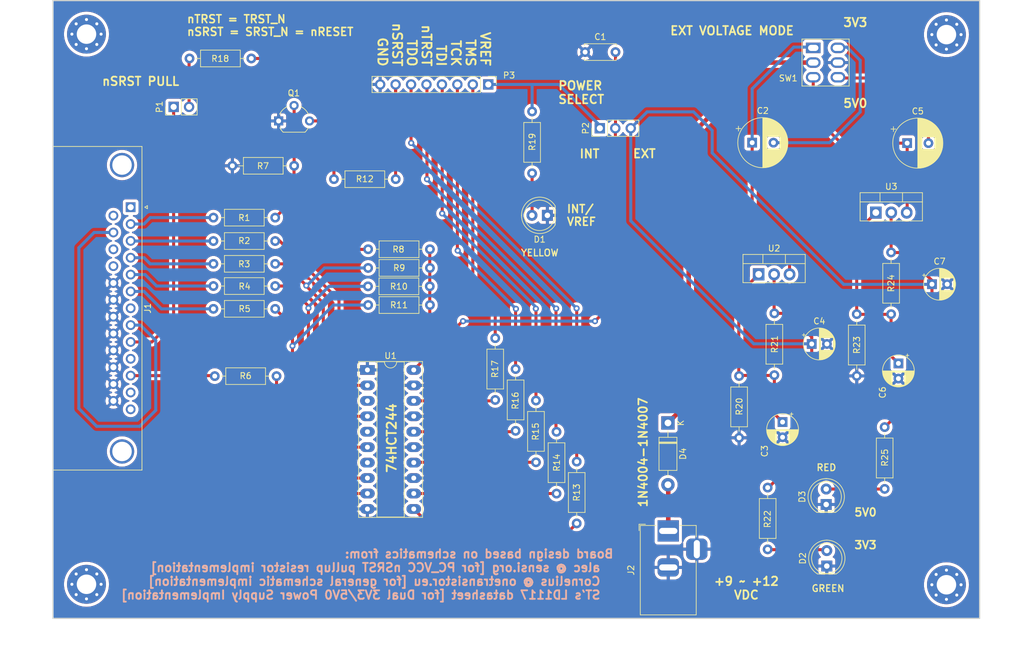
<source format=kicad_pcb>
(kicad_pcb (version 20221018) (generator pcbnew)
  (title_block (title "JTAG - Wiggler (Complete PCB Layout)") (date "2023-06-14") (rev "1.5.1") (company "Clarissa Walker") (comment 1 "European Standard"))
  (layers (0 "F.Cu" signal) (31 "B.Cu" signal) (34 "B.Paste" user) (35 "F.Paste" user) (36 "B.SilkS" user "B.Silkscreen") (37 "F.SilkS" user "F.Silkscreen") (38 "B.Mask" user) (39 "F.Mask" user) (44 "Edge.Cuts" user))
  (net 0 "")
  (net 1 "Protected_VCC")
  (net 2 "VCC")
  (net 3 "GND")
  (net 4 "D1")
  (net 5 "Net-(Q1-C)")
  (net 6 "Net-(U2-ADJ)")
  (net 7 "/PSU_In")
  (net 8 "Net-(U3-ADJ)")
  (net 9 "D2")
  (net 10 "C2_positive")
  (net 11 "TDO")
  (net 13 "nSRST")
  (net 14 "nTRST")
  (net 15 "Net-(U1-1Y0)")
  (net 16 "Net-(U1-1Y1)")
  (net 17 "Net-(U1-2A0)")
  (net 18 "Net-(U1-1Y2)")
  (net 19 "Net-(U1-1Y3)")
  (net 20 "BUSY")
  (net 21 "D5")
  (net 22 "D4")
  (net 23 "D3")
  (net 24 "C5_positive")
  (net 25 "C2_negative")
  (net 26 "C5_negative")
  (net 29 "TCK")
  (net 30 "TMS")
  (net 32 "TDI")
  (net 33 "PC_VCC")
  (net 34 "ERROR")
  (net 35 "/PWR_SELECT")
  (net 36 "Net-(D1-A)")
  (net 37 "Net-(D3-A)")
  (net 38 "Net-(D2-A)")
  (net 46 "VREF")
  (net 47 "Net-(P1-Pin_2)")
  (net 48 "Net-(Q1-B)")
  (net 49 "Net-(U1-1A0)")
  (net 50 "Net-(U1-1A1)")
  (net 51 "Net-(U1-1A2)")
  (net 52 "Net-(U1-1A3)")
  (net 53 "Net-(U1-2Y0)")
  (footprint "Resistor_THT:R_Axial_DIN0207_L6.3mm_D2.5mm_P10.16mm_Horizontal" (layer "F.Cu") (at 211.5 89.67 -90)
    (fp_text reference "R24")
    (fp_text value "R_Axial_DIN0207_L6.3mm_D2.5mm_P10.16mm_Horizontal")
  )
  (footprint "LED_THT:LED_D5.0mm" (layer "F.Cu") (at 200.825 131.125 90)
    (fp_text reference "D3")
    (fp_text value "LED_D5.0mm")
  )
  (footprint "Capacitor_THT:CP_Radial_D5.0mm_P2.50mm" (layer "F.Cu") (at 218.219888 94.9)
    (fp_text reference "C7")
    (fp_text value "CP_Radial_D5.0mm_P2.50mm")
  )
  (footprint "Capacitor_THT:C_Disc_D5.0mm_W2.5mm_P5.00mm" (layer "F.Cu") (at 161.175 56.725)
    (fp_text reference "C1")
    (fp_text value "C_Disc_D5.0mm_W2.5mm_P5.00mm")
  )
  (footprint "Resistor_THT:R_Axial_DIN0207_L6.3mm_D2.5mm_P10.16mm_Horizontal" (layer "F.Cu") (at 205.85 99.82 -90)
    (fp_text reference "R23")
    (fp_text value "R_Axial_DIN0207_L6.3mm_D2.5mm_P10.16mm_Horizontal")
  )
  (footprint "Package_TO_SOT_THT:TO-220-3_Vertical" (layer "F.Cu") (at 208.985 83.12)
    (fp_text reference "U3")
    (fp_text value "TO-220-3_Vertical")
  )
  (footprint "Resistor_THT:R_Axial_DIN0207_L6.3mm_D2.5mm_P10.16mm_Horizontal" (layer "F.Cu") (at 153.095 124.185 90)
    (fp_text reference "R15")
    (fp_text value "R_Axial_DIN0207_L6.3mm_D2.5mm_P10.16mm_Horizontal")
  )
  (footprint "Connector_PinHeader_2.54mm:PinHeader_1x03_P2.54mm_Vertical" (layer "F.Cu") (at 163.6 69.25 90)
    (fp_text reference "P2")
    (fp_text value "PinHeader_1x03_P2.54mm_Vertical")
  )
  (footprint "Resistor_THT:R_Axial_DIN0207_L6.3mm_D2.5mm_P10.16mm_Horizontal" (layer "F.Cu") (at 135.655 92.225 180)
    (fp_text reference "R9")
    (fp_text value "R_Axial_DIN0207_L6.3mm_D2.5mm_P10.16mm_Horizontal")
  )
  (footprint "Resistor_THT:R_Axial_DIN0207_L6.3mm_D2.5mm_P10.16mm_Horizontal" (layer "F.Cu") (at 186.5 109.995 -90)
    (fp_text reference "R20")
    (fp_text value "R_Axial_DIN0207_L6.3mm_D2.5mm_P10.16mm_Horizontal")
  )
  (footprint "Resistor_THT:R_Axial_DIN0207_L6.3mm_D2.5mm_P10.16mm_Horizontal" (layer "F.Cu") (at 146.395 113.935 90)
    (fp_text reference "R17")
    (fp_text value "R_Axial_DIN0207_L6.3mm_D2.5mm_P10.16mm_Horizontal")
  )
  (footprint "Resistor_THT:R_Axial_DIN0207_L6.3mm_D2.5mm_P10.16mm_Horizontal" (layer "F.Cu") (at 100.05 83.95)
    (fp_text reference "R1")
    (fp_text value "R_Axial_DIN0207_L6.3mm_D2.5mm_P10.16mm_Horizontal")
  )
  (footprint "Switches:SW_Generic" (layer "F.Cu") (at 198.185 55.91)
    (fp_text reference "SW1")
    (fp_text value "SW_Generic")
  )
  (footprint "Package_TO_SOT_THT:TO-220-3_Vertical" (layer "F.Cu") (at 189.72 93.275)
    (fp_text reference "U2")
    (fp_text value "TO-220-3_Vertical")
  )
  (footprint "Capacitor_THT:CP_Radial_D5.0mm_P2.50mm" (layer "F.Cu") (at 212.7 107.919888 -90)
    (fp_text reference "C6")
    (fp_text value "CP_Radial_D5.0mm_P2.50mm")
  )
  (footprint "Connector_PinHeader_2.54mm:PinHeader_1x02_P2.54mm_Vertical" (layer "F.Cu") (at 93.505 65.74 90)
    (fp_text reference "P1")
    (fp_text value "PinHeader_1x02_P2.54mm_Vertical")
  )
  (footprint "Resistor_THT:R_Axial_DIN0207_L6.3mm_D2.5mm_P10.16mm_Horizontal" (layer "F.Cu") (at 156.475 129.33 90)
    (fp_text reference "R14")
    (fp_text value "R_Axial_DIN0207_L6.3mm_D2.5mm_P10.16mm_Horizontal")
  )
  (footprint "Package_TO_SOT_THT:TO-92_Wide" (layer "F.Cu") (at 110.775 68.05)
    (fp_text reference "Q1")
    (fp_text value "TO-92_Wide")
  )
  (footprint "MountingHole:MountingHole_3.2mm_M3_Pad_Via" (layer "F.Cu") (at 220.6 144.325)
    (fp_text reference "X4" hide)
    (fp_text value "MountingHole_3.2mm_M3_Pad_Via")
  )
  (footprint "MountingHole:MountingHole_3.2mm_M3_Pad_Via" (layer "F.Cu") (at 79.175 53.775)
    (fp_text reference "X1" hide)
    (fp_text value "MountingHole_3.2mm_M3_Pad_Via")
  )
  (footprint "Capacitor_THT:CP_Radial_D8.0mm_P3.50mm" (layer "F.Cu") (at 188.65 71.625)
    (fp_text reference "C2")
    (fp_text value "CP_Radial_D8.0mm_P3.50mm")
  )
  (footprint "Resistor_THT:R_Axial_DIN0207_L6.3mm_D2.5mm_P10.16mm_Horizontal" (layer "F.Cu") (at 106.28 57.775 180)
    (fp_text reference "R18")
    (fp_text value "R_Axial_DIN0207_L6.3mm_D2.5mm_P10.16mm_Horizontal")
  )
  (footprint "Resistor_THT:R_Axial_DIN0207_L6.3mm_D2.5mm_P10.16mm_Horizontal" (layer "F.Cu") (at 135.655 89.15 180)
    (fp_text reference "R8")
    (fp_text value "R_Axial_DIN0207_L6.3mm_D2.5mm_P10.16mm_Horizontal")
  )
  (footprint "Resistor_THT:R_Axial_DIN0207_L6.3mm_D2.5mm_P10.16mm_Horizontal" (layer "F.Cu") (at 100.05 95.2)
    (fp_text reference "R4")
    (fp_text value "R_Axial_DIN0207_L6.3mm_D2.5mm_P10.16mm_Horizontal")
  )
  (footprint "Resistor_THT:R_Axial_DIN0207_L6.3mm_D2.5mm_P10.16mm_Horizontal" (layer "F.Cu") (at 149.745 119.01 90)
    (fp_text reference "R16")
    (fp_text value "R_Axial_DIN0207_L6.3mm_D2.5mm_P10.16mm_Horizontal")
  )
  (footprint "Resistor_THT:R_Axial_DIN0207_L6.3mm_D2.5mm_P10.16mm_Horizontal" (layer "F.Cu") (at 210.440056 118.4 -90)
    (fp_text reference "R25")
    (fp_text value "R_Axial_DIN0207_L6.3mm_D2.5mm_P10.16mm_Horizontal")
  )
  (footprint "Resistor_THT:R_Axial_DIN0207_L6.3mm_D2.5mm_P10.16mm_Horizontal" (layer "F.Cu") (at 192.3 99.695 -90)
    (fp_text reference "R21")
    (fp_text value "R_Axial_DIN0207_L6.3mm_D2.5mm_P10.16mm_Horizontal")
  )
  (footprint "MountingHole:MountingHole_3.2mm_M3_Pad_Via" (layer "F.Cu") (at 220.6 53.85)
    (fp_text reference "X2" hide)
    (fp_text value "MountingHole_3.2mm_M3_Pad_Via")
  )
  (footprint "Capacitor_THT:CP_Radial_D8.0mm_P3.50mm" (layer "F.Cu") (at 214.140056 71.7)
    (fp_text reference "C5")
    (fp_text value "CP_Radial_D8.0mm_P3.50mm")
  )
  (footprint "Resistor_THT:R_Axial_DIN0207_L6.3mm_D2.5mm_P10.16mm_Horizontal" (layer "F.Cu") (at 135.655 98.325 180)
    (fp_text reference "R11")
    (fp_text value "R_Axial_DIN0207_L6.3mm_D2.5mm_P10.16mm_Horizontal")
  )
  (footprint "Resistor_THT:R_Axial_DIN0207_L6.3mm_D2.5mm_P10.16mm_Horizontal" (layer "F.Cu") (at 100.05 91.55)
    (fp_text reference "R3")
    (fp_text value "R_Axial_DIN0207_L6.3mm_D2.5mm_P10.16mm_Horizontal")
  )
  (footprint "Resistor_THT:R_Axial_DIN0207_L6.3mm_D2.5mm_P10.16mm_Horizontal" (layer "F.Cu") (at 159.795 134.235 90)
    (fp_text reference "R13")
    (fp_text value "R_Axial_DIN0207_L6.3mm_D2.5mm_P10.16mm_Horizontal")
  )
  (footprint "Resistor_THT:R_Axial_DIN0207_L6.3mm_D2.5mm_P10.16mm_Horizontal" (layer "F.Cu") (at 135.63 95.25 180)
    (fp_text reference "R10")
    (fp_text value "R_Axial_DIN0207_L6.3mm_D2.5mm_P10.16mm_Horizontal")
  )
  (footprint "Resistor_THT:R_Axial_DIN0207_L6.3mm_D2.5mm_P10.16mm_Horizontal" (layer "F.Cu") (at 152.46 76.655 90)
    (fp_text reference "R19")
    (fp_text value "R_Axial_DIN0207_L6.3mm_D2.5mm_P10.16mm_Horizontal")
  )
  (footprint "Diode_THT:D_DO-41_SOD81_P10.16mm_Horizontal" (layer "F.Cu") (at 174.8 117.715 -90)
    (fp_text reference "D4")
    (fp_text value "D_DO-41_SOD81_P10.16mm_Horizontal")
  )
  (footprint "Resistor_THT:R_Axial_DIN0207_L6.3mm_D2.5mm_P10.16mm_Horizontal" (layer "F.Cu") (at 113.33 75.425 180)
    (fp_text reference "R7")
    (fp_text value "R_Axial_DIN0207_L6.3mm_D2.5mm_P10.16mm_Horizontal")
  )
  (footprint "Resistor_THT:R_Axial_DIN0207_L6.3mm_D2.5mm_P10.16mm_Horizontal" (layer "F.Cu") (at 100.05 87.8)
    (fp_text reference "R2")
    (fp_text value "R_Axial_DIN0207_L6.3mm_D2.5mm_P10.16mm_Horizontal")
  )
  (footprint "MountingHole:MountingHole_3.2mm_M3_Pad_Via" (layer "F.Cu") (at 79.175 144.25)
    (fp_text reference "X3" hide)
    (fp_text value "MountingHole_3.2mm_M3_Pad_Via")
  )
  (footprint "Capacitor_THT:CP_Radial_D5.0mm_P2.50mm" (layer "F.Cu") (at 193.65 117.569888 -90)
    (fp_text reference "C3")
    (fp_text value "CP_Radial_D5.0mm_P2.50mm")
  )
  (footprint "Capacitor_THT:CP_Radial_D5.0mm_P2.50mm" (layer "F.Cu") (at 198.444888 104.725)
    (fp_text reference "C4")
    (fp_text value "CP_Radial_D5.0mm_P2.50mm")
  )
  (footprint "Resistor_THT:R_Axial_DIN0207_L6.3mm_D2.5mm_P10.16mm_Horizontal" (layer "F.Cu") (at 191.197349 128.345 -90)
    (fp_text reference "R22")
    (fp_text value "R_Axial_DIN0207_L6.3mm_D2.5mm_P10.16mm_Horizontal")
  )
  (footprint "LED_THT:LED_D5.0mm" (layer "F.Cu") (at 154.975 83.575 180)
    (fp_text reference "D1")
    (fp_text value "LED_D5.0mm")
  )
  (footprint "Connector_PinHeader_2.54mm:PinHeader_1x08_P2.54mm_Vertical" (layer "F.Cu") (at 145.25 62.05 -90)
    (fp_text reference "P3")
    (fp_text value "PinHeader_1x08_P2.54mm_Vertical")
  )
  (footprint "Package_DIP:DIP-20_W7.62mm_Socket_LongPads" (layer "F.Cu") (at 125.375 109)
    (fp_text reference "U1")
    (fp_text value "DIP-20_W7.62mm_Socket_LongPads")
  )
  (footprint "Resistor_THT:R_Axial_DIN0207_L6.3mm_D2.5mm_P10.16mm_Horizontal" (layer "F.Cu") (at 100.05 98.95)
    (fp_text reference "R5")
    (fp_text value "R_Axial_DIN0207_L6.3mm_D2.5mm_P10.16mm_Horizontal")
  )
  (footprint "LED_THT:LED_D5.0mm" (layer "F.Cu") (at 200.922349 141.25 90)
    (fp_text reference "D2")
    (fp_text value "LED_D5.0mm")
  )
  (footprint "Connector_Dsub:DSUB-25_Male_Horizontal_P2.77x2.84mm_EdgePinOffset9.90mm_Housed_MountingHolesOffset11.32mm" (layer "F.Cu") (at 86.44 82.235 -90)
    (fp_text reference "J1")
    (fp_text value "DSUB-25_Male_Horizontal_P2.77x2.84mm_EdgePinOffset9.90mm_Housed_MountingHolesOffset11.32mm")
  )
  (footprint "Resistor_THT:R_Axial_DIN0207_L6.3mm_D2.5mm_P10.16mm_Horizontal" (layer "F.Cu") (at 100.27 110.015)
    (fp_text reference "R6")
    (fp_text value "R_Axial_DIN0207_L6.3mm_D2.5mm_P10.16mm_Horizontal")
  )
  (footprint "Connector_BarrelJack:BarrelJack_Horizontal" (layer "F.Cu") (at 174.85 135.475 90)
    (fp_text reference "J2")
    (fp_text value "BarrelJack_Horizontal")
  )
  (footprint "Resistor_THT:R_Axial_DIN0207_L6.3mm_D2.5mm_P10.16mm_Horizontal" (layer "F.Cu") (at 119.87 77.625)
    (fp_text reference "R12")
    (fp_text value "R_Axial_DIN0207_L6.3mm_D2.5mm_P10.16mm_Horizontal")
  )
  (gr_rect (start 73.66 48.26) (end 226.06 149.86) (stroke (width 0.2)) (fill none) (layer "Edge.Cuts"))
  (gr_text "Board design based on schematics from:\n  alec @ sensi.org [for PC_VCC nSRST pullup resistor implementation]\n  Cornelius @ onetransistor.eu [for general schematic implementation]\n  ST's LD1117 datasheet [for Dual 3V3/5V0 Power Supply Implementation]" (at 165.975 146.825) (layer "B.SilkS") (effects (font (size 1.4 1.4) (thickness 0.3) bold) (justify left bottom mirror)))
  (gr_text "POWER\nSELECT" (at 156.625 65.325) (layer "F.SilkS") (effects (font (size 1.4 1.4) (thickness 0.28) bold) (justify left bottom)))
  (gr_text "EXT VOLTAGE MODE" (at 175.025 54.025) (layer "F.SilkS") (effects (font (size 1.4 1.4) (thickness 0.28) bold) (justify left bottom)))
  (gr_text "RED" (at 199.125 125.7) (layer "F.SilkS") (effects (font (size 1.1 1.1) (thickness 0.2) bold) (justify left bottom)))
  (gr_text "5V0" (at 205.325 133.175) (layer "F.SilkS") (effects (font (size 1.3 1.3) (thickness 0.26) bold) (justify left bottom)))
  (gr_text "3V3" (at 203.5 52.675) (layer "F.SilkS") (effects (font (size 1.4 1.4) (thickness 0.28) bold) (justify left bottom)))
  (gr_text "YELLOW" (at 150.525 90.375) (layer "F.SilkS") (effects (font (size 1.1 1.1) (thickness 0.2) bold) (justify left bottom)))
  (gr_text "EXT" (at 168.9 74.25) (layer "F.SilkS") (effects (font (size 1.4 1.4) (thickness 0.28) bold) (justify left bottom)))
  (gr_text "+9 ~ +12\nVDC" (at 187.7 146.825) (layer "F.SilkS") (effects (font (size 1.4 1.4) (thickness 0.28) bold) (justify bottom)))
  (gr_text "5V0" (at 203.5 65.975) (layer "F.SilkS") (effects (font (size 1.4 1.4) (thickness 0.28) bold) (justify left bottom)))
  (gr_text "GREEN" (at 198.325 145.575) (layer "F.SilkS") (effects (font (size 1.1 1.1) (thickness 0.2) bold) (justify left bottom)))
  (gr_text "1N4004-1N4007" (at 171.525 131.725 90) (layer "F.SilkS") (effects (font (size 1.4 1.4) (thickness 0.28) bold) (justify left bottom)))
  (gr_text "74HCT244" (at 130.25 126.075 90) (layer "F.SilkS") (effects (font (size 1.5 1.5) (thickness 0.3) bold) (justify left bottom)))
  (gr_text "INT" (at 160.125 74.275) (layer "F.SilkS") (effects (font (size 1.4 1.4) (thickness 0.28) bold) (justify left bottom)))
  (gr_text "INT/\nVREF" (at 158.05 85.375) (layer "F.SilkS") (effects (font (size 1.3 1.3) (thickness 0.26) bold) (justify left bottom)))
  (gr_text "3V3" (at 205.325 138.55) (layer "F.SilkS") (effects (font (size 1.3 1.3) (thickness 0.26) bold) (justify left bottom)))
  (gr_text "VREF\nTMS\nTCK\nTDI\nnTRST\nTDO\nnSRST\nGND" (at 126.975 59.25 270) (layer "F.SilkS") (effects (font (size 1.5 1.55) (thickness 0.3) bold) (justify right bottom)))
  (gr_text "nTRST = TRST_N\nnSRST = SRST_N = nRESET" (at 95.575 54.15) (layer "F.SilkS") (effects (font (size 1.3 1.3) (thickness 0.26) bold) (justify left bottom)))
  (gr_text "nSRST PULL" (at 81.6 62.35) (layer "F.SilkS") (effects (font (size 1.4 1.4) (thickness 0.28) bold) (justify left bottom)))
  (segment (start 174.8 117.7) (end 174.8 117.715) (width 0.5) (layer "F.Cu") (net 1))
  (segment (start 178.2125 70.7375) (end 190.475 58.475) (width 0.75) (layer "F.Cu") (net 1))
  (segment (start 178.2125 114.2875) (end 178.2125 70.7375) (width 0.75) (layer "F.Cu") (net 1))
  (segment (start 198.185 58.45) (end 190.5 58.45) (width 0.75) (layer "F.Cu") (net 1))
  (segment (start 190.5 58.45) (end 190.475 58.475) (width 0.25) (layer "F.Cu") (net 1))
  (segment (start 174.8 117.7) (end 178.2125 114.2875) (width 0.75) (layer "F.Cu") (net 1))
  (segment (start 174.85 127.925) (end 174.8 127.875) (width 0.5) (layer "F.Cu") (net 2))
  (segment (start 174.85 135.475) (end 174.85 127.925) (width 0.75) (layer "F.Cu") (net 2))
  (segment (start 86.44 85.005) (end 88.62 85.005) (width 0.5) (layer "B.Cu") (net 4))
  (segment (start 88.62 85.005) (end 89.675 83.95) (width 0.5) (layer "B.Cu") (net 4))
  (segment (start 89.675 83.95) (end 100.05 83.95) (width 0.5) (layer "B.Cu") (net 4))
  (segment (start 119.87 69.395) (end 119.825 69.35) (width 0.5) (layer "F.Cu") (net 5))
  (segment (start 119.87 77.625) (end 119.87 69.395) (width 0.5) (layer "F.Cu") (net 5))
  (segment (start 119.825 69.35) (end 118.52 68.045) (width 0.5) (layer "F.Cu") (net 5))
  (segment (start 118.52 68.045) (end 115.84 68.045) (width 0.5) (layer "F.Cu") (net 5))
  (segment (start 192.575 109.905) (end 186.59 109.905) (width 0.5) (layer "F.Cu") (net 6))
  (segment (start 186.59 109.905) (end 186.45 110.045) (width 0.5) (layer "F.Cu") (net 6))
  (segment (start 193.65 117.569888) (end 192.330112 116.25) (width 0.5) (layer "F.Cu") (net 6))
  (segment (start 192.3 109.855) (end 192.3 116.225) (width 0.5) (layer "F.Cu") (net 6))
  (segment (start 192.435 110.045) (end 192.575 109.905) (width 0.5) (layer "F.Cu") (net 6))
  (segment (start 192.3 116.225) (end 192.325 116.25) (width 0.5) (layer "F.Cu") (net 6))
  (segment (start 186.45 110.045) (end 186.45 96.545) (width 0.5) (layer "F.Cu") (net 6))
  (segment (start 186.45 96.545) (end 189.72 93.275) (width 0.5) (layer "F.Cu") (net 6))
  (segment (start 192.330112 116.25) (end 192.325 116.25) (width 0.5) (layer "F.Cu") (net 6))
  (segment (start 211.5 83.17) (end 211.5 89.68) (width 0.5) (layer "F.Cu") (net 7))
  (segment (start 218.219888 94.289888) (end 213.625 89.695) (width 0.5) (layer "F.Cu") (net 7))
  (segment (start 218.219888 94.9) (end 218.219888 94.289888) (width 0.5) (layer "F.Cu") (net 7))
  (segment (start 192.26 93.275) (end 192.26 99.655) (width 0.5) (layer "F.Cu") (net 7))
  (segment (start 192.26 99.655) (end 192.3 99.695) (width 0.5) (layer "F.Cu") (net 7))
  (segment (start 218.219888 94.9) (end 218.219888 110.640168) (width 0.5) (layer "F.Cu") (net 7))
  (segment (start 191.23 128.445) (end 198 121.675) (width 0.5) (layer "F.Cu") (net 7))
  (segment (start 192.3 99.695) (end 194.55 99.695) (width 0.5) (layer "F.Cu") (net 7))
  (segment (start 211.500056 89.685) (end 211.490056 89.695) (width 0.5) (layer "F.Cu") (net 7))
  (segment (start 198.444888 104.725) (end 198.444888 121.230112) (width 0.5) (layer "F.Cu") (net 7))
  (segment (start 198.444888 121.230112) (end 198 121.675) (width 0.5) (layer "F.Cu") (net 7))
  (segment (start 218.219888 110.640168) (end 218.142528 110.717528) (width 0.5) (layer "F.Cu") (net 7))
  (segment (start 198.444888 104.725) (end 198.444888 103.589888) (width 0.5) (layer "F.Cu") (net 7))
  (segment (start 211.490056 89.695) (end 213.625 89.695) (width 0.5) (layer "F.Cu") (net 7))
  (segment (start 218.142528 110.717528) (end 210.440056 118.42) (width 0.5) (layer "F.Cu") (net 7))
  (segment (start 198.444888 103.589888) (end 194.55 99.695) (width 0.5) (layer "F.Cu") (net 7))
  (segment (start 179.005 66.555) (end 182.075 69.625) (width 0.5) (layer "B.Cu") (net 7))
  (segment (start 171.375 66.555) (end 179.005 66.555) (width 0.5) (layer "B.Cu") (net 7))
  (segment (start 168.68 84.48) (end 168.68 69.25) (width 0.5) (layer "B.Cu") (net 7))
  (segment (start 188.9 104.7) (end 168.68 84.48) (width 0.5) (layer "B.Cu") (net 7))
  (segment (start 168.68 69.25) (end 171.375 66.555) (width 0.5) (layer "B.Cu") (net 7))
  (segment (start 203.69 94.925) (end 182.075 73.31) (width 0.5) (layer "B.Cu") (net 7))
  (segment (start 198.47254 104.7) (end 188.9 104.7) (width 0.5) (layer "B.Cu") (net 7))
  (segment (start 182.075 73.31) (end 182.075 69.625) (width 0.5) (layer "B.Cu") (net 7))
  (segment (start 218.719888 94.925) (end 203.69 94.925) (width 0.5) (layer "B.Cu") (net 7))
  (segment (start 205.850056 99.855) (end 205.840056 99.845) (width 0.5) (layer "F.Cu") (net 8))
  (segment (start 205.840056 86.295) (end 208.960056 83.175) (width 0.5) (layer "F.Cu") (net 8))
  (segment (start 211.720056 99.925) (end 211.790056 99.855) (width 0.5) (layer "F.Cu") (net 8))
  (segment (start 211.490056 99.855) (end 211.490056 106.709944) (width 0.5) (layer "F.Cu") (net 8))
  (segment (start 205.840056 99.845) (end 205.840056 86.295) (width 0.5) (layer "F.Cu") (net 8))
  (segment (start 211.790056 99.855) (end 205.850056 99.855) (width 0.5) (layer "F.Cu") (net 8))
  (segment (start 211.490056 106.709944) (end 212.7 107.919888) (width 0.5) (layer "F.Cu") (net 8))
  (segment (start 100.05 87.8) (end 86.465 87.8) (width 0.5) (layer "B.Cu") (net 9))
  (segment (start 86.465 87.8) (end 86.44 87.775) (width 0.25) (layer "B.Cu") (net 9))
  (segment (start 194.8 88.6) (end 188.65 82.45) (width 0.5) (layer "F.Cu") (net 10))
  (segment (start 194.8 93.275) (end 194.8 88.6) (width 0.5) (layer "F.Cu") (net 10))
  (segment (start 188.65 82.45) (end 188.65 71.625) (width 0.5) (layer "F.Cu") (net 10))
  (segment (start 188.65 62.75) (end 195.49 55.91) (width 0.5) (layer "B.Cu") (net 10))
  (segment (start 188.65 71.625) (end 188.65 62.75) (width 0.5) (layer "B.Cu") (net 10))
  (segment (start 195.49 55.91) (end 198.693 55.91) (width 0.5) (layer "B.Cu") (net 10))
  (segment (start 159.775 98.875) (end 159.795 98.895) (width 0.5) (layer "F.Cu") (net 11))
  (segment (start 132.55 71.65) (end 132.55 62.05) (width 0.5) (layer "F.Cu") (net 11))
  (segment (start 132.575 71.675) (end 132.55 71.65) (width 0.5) (layer "F.Cu") (net 11))
  (segment (start 159.795 98.895) (end 159.795 124.075) (width 0.5) (layer "F.Cu") (net 11))
  (via (at 132.575 71.675) (size 1) (drill 0.5) (layers "F.Cu" "B.Cu") (net 11))
  (via (at 159.775 98.875) (size 1) (drill 0.5) (layers "F.Cu" "B.Cu") (net 11))
  (segment (start 132.575 71.675) (end 159.775 98.875) (width 0.5) (layer "B.Cu") (net 11))
  (segment (start 115.35 57.775) (end 125.575 68) (width 0.5) (layer "F.Cu") (net 13))
  (segment (start 106.255 57.775) (end 115.35 57.775) (width 0.5) (layer "F.Cu") (net 13))
  (segment (start 130.01 62.05) (end 130.01 77.605) (width 0.5) (layer "F.Cu") (net 13))
  (segment (start 130.01 77.605) (end 130.03 77.625) (width 0.5) (layer "F.Cu") (net 13))
  (segment (start 130.01 62.05) (end 130.01 68) (width 0.5) (layer "F.Cu") (net 13))
  (segment (start 125.575 68) (end 130.01 68) (width 0.5) (layer "F.Cu") (net 13))
  (segment (start 156.385 119.665) (end 156.385 98.93) (width 0.5) (layer "F.Cu") (net 14))
  (segment (start 135.165 62.125) (end 135.165 77.615) (width 0.5) (layer "F.Cu") (net 14))
  (via (at 135.175 77.625) (size 1) (drill 0.5) (layers "F.Cu" "B.Cu") (net 14))
  (via (at 156.415 98.9) (size 1) (drill 0.5) (layers "F.Cu" "B.Cu") (net 14))
  (segment (start 135.015 77.515) (end 156.475 98.975) (width 0.5) (layer "B.Cu") (net 14))
  (segment (start 146.25 114.08) (end 146.395 113.935) (width 0.5) (layer "F.Cu") (net 15))
  (segment (start 132.995 114.08) (end 146.25 114.08) (width 0.5) (layer "F.Cu") (net 15))
  (segment (start 149.595 119.16) (end 149.745 119.01) (width 0.5) (layer "F.Cu") (net 16))
  (segment (start 132.995 119.16) (end 149.595 119.16) (width 0.5) (layer "F.Cu") (net 16))
  (segment (start 137.2825 136.1425) (end 157.8875 136.1425) (width 0.5) (layer "F.Cu") (net 17))
  (segment (start 157.8875 136.1425) (end 159.795 134.235) (width 0.5) (layer "F.Cu") (net 17))
  (segment (start 133 131.86) (end 137.2825 136.1425) (width 0.5) (layer "F.Cu") (net 17))
  (segment (start 133.05 124.185) (end 132.995 124.24) (width 0.5) (layer "F.Cu") (net 18))
  (segment (start 153.095 124.185) (end 133.05 124.185) (width 0.5) (layer "F.Cu") (net 18))
  (segment (start 156.465 129.32) (end 156.475 129.33) (width 0.5) (layer "F.Cu") (net 19))
  (segment (start 132.995 129.32) (end 156.465 129.32) (width 0.5) (layer "F.Cu") (net 19))
  (segment (start 100.19 109.935) (end 100.27 110.015) (width 0.25) (layer "F.Cu") (net 20))
  (segment (start 86.44 109.935) (end 100.19 109.935) (width 0.5) (layer "F.Cu") (net 20))
  (segment (start 91.5 98.95) (end 100.05 98.95) (width 0.5) (layer "B.Cu") (net 21))
  (segment (start 86.44 96.085) (end 88.635 96.085) (width 0.5) (layer "B.Cu") (net 21))
  (segment (start 88.635 96.085) (end 91.5 98.95) (width 0.5) (layer "B.Cu") (net 21))
  (segment (start 100.05 95.2) (end 90.7 95.2) (width 0.5) (layer "B.Cu") (net 22))
  (segment (start 88.815 93.315) (end 86.44 93.315) (width 0.5) (layer "B.Cu") (net 22))
  (segment (start 90.7 95.2) (end 88.815 93.315) (width 0.5) (layer "B.Cu") (net 22))
  (segment (start 89.65 91.55) (end 88.645 90.545) (width 0.5) (layer "B.Cu") (net 23))
  (segment (start 100.05 91.55) (end 89.65 91.55) (width 0.5) (layer "B.Cu") (net 23))
  (segment (start 88.645 90.545) (end 86.44 90.545) (width 0.5) (layer "B.Cu") (net 23))
  (segment (start 214.140056 83.044944) (end 214.065 83.12) (width 0.5) (layer "F.Cu") (net 24))
  (segment (start 198.693 60.99) (end 198.693 67.118) (width 0.5) (layer "F.Cu") (net 24))
  (segment (start 214.140056 83.075) (end 214.040056 83.175) (width 0.5) (layer "F.Cu") (net 24))
  (segment (start 214.140056 71.7) (end 214.140056 83.044944) (width 0.5) (layer "F.Cu") (net 24))
  (segment (start 203.275 71.7) (end 214.140056 71.7) (width 0.5) (layer "F.Cu") (net 24))
  (segment (start 198.693 67.118) (end 203.275 71.7) (width 0.5) (layer "F.Cu") (net 24))
  (segment (start 201.374999 71.625) (end 192.15 71.625) (width 0.5) (layer "B.Cu") (net 25))
  (segment (start 202.757 55.91) (end 204.217293 55.91) (width 0.5) (layer "B.Cu") (net 25))
  (segment (start 204.217293 55.91) (end 204.226146 55.901147) (width 0.25) (layer "B.Cu") (net 25))
  (segment (start 206.416147 58.091148) (end 206.416147 66.583852) (width 0.5) (layer "B.Cu") (net 25))
  (segment (start 204.226146 55.901147) (end 206.416147 58.091148) (width 0.5) (layer "B.Cu") (net 25))
  (segment (start 206.416147 66.583852) (end 201.374999 71.625) (width 0.5) (layer "B.Cu") (net 25))
  (segment (start 215.93 60.99) (end 202.757 60.99) (width 0.5) (layer "F.Cu") (net 26))
  (segment (start 217.640056 71.7) (end 217.640056 62.700056) (width 0.5) (layer "F.Cu") (net 26))
  (segment (start 217.640056 62.700056) (end 215.93 60.99) (width 0.5) (layer "F.Cu") (net 26))
  (segment (start 140.225 89.375) (end 140.17 89.32) (width 0.5) (layer "F.Cu") (net 29))
  (segment (start 140.17 89.32) (end 140.17 62.05) (width 0.5) (layer "F.Cu") (net 29))
  (segment (start 149.8 98.95) (end 149.745 99.005) (width 0.5) (layer "F.Cu") (net 29))
  (segment (start 149.745 99.005) (end 149.745 108.85) (width 0.5) (layer "F.Cu") (net 29))
  (via (at 149.8 98.95) (size 1) (drill 0.5) (layers "F.Cu" "B.Cu") (net 29))
  (via (at 140.225 89.375) (size 1) (drill 0.5) (layers "F.Cu" "B.Cu") (net 29))
  (segment (start 140.225 89.375) (end 149.8 98.95) (width 0.5) (layer "B.Cu") (net 29))
  (segment (start 146.395 99.32) (end 142.71 95.635) (width 0.5) (layer "F.Cu") (net 30))
  (segment (start 146.395 103.775) (end 146.395 99.32) (width 0.5) (layer "F.Cu") (net 30))
  (segment (start 142.71 95.635) (end 142.71 62.05) (width 0.5) (layer "F.Cu") (net 30))
  (segment (start 153.095 114.025) (end 153.095 98.945) (width 0.5) (layer "F.Cu") (net 32))
  (segment (start 153.095 98.945) (end 153.075 98.925) (width 0.5) (layer "F.Cu") (net 32))
  (segment (start 137.67794 62.083526) (end 137.67794 83.253526) (width 0.5) (layer "F.Cu") (net 32))
  (via (at 153.075 98.925) (size 1) (drill 0.5) (layers "F.Cu" "B.Cu") (net 32))
  (via (at 137.67294 83.258526) (size 1) (drill 0.5) (layers "F.Cu" "B.Cu") (net 32))
  (segment (start 137.67294 83.258526) (end 153.12294 98.708526) (width 0.5) (layer "B.Cu") (net 32))
  (segment (start 89.93 104.395) (end 93.505 100.82) (width 0.5) (layer "F.Cu") (net 33))
  (segment (start 93.505 100.82) (end 93.505 65.74) (width 0.5) (layer "F.Cu") (net 33))
  (segment (start 86.44 104.395) (end 89.93 104.395) (width 0.5) (layer "F.Cu") (net 33))
  (segment (start 77.915 88.91) (end 80.435 86.39) (width 0.5) (layer "B.Cu") (net 34))
  (segment (start 88.05 101.625) (end 88.16 101.735) (width 0.25) (layer "B.Cu") (net 34))
  (segment (start 77.915 115.3395) (end 77.915 88.91) (width 0.5) (layer "B.Cu") (net 34))
  (segment (start 90.565 104.14) (end 90.565 115.6379) (width 0.5) (layer "B.Cu") (net 34))
  (segment (start 90.565 115.6379) (end 87.9317 118.2712) (width 0.5) (layer "B.Cu") (net 34))
  (segment (start 86.44 101.625) (end 88.05 101.625) (width 0.5) (layer "B.Cu") (net 34))
  (segment (start 80.8467 118.2712) (end 77.915 115.3395) (width 0.5) (layer "B.Cu") (net 34))
  (segment (start 88.16 101.735) (end 90.565 104.14) (width 0.5) (layer "B.Cu") (net 34))
  (segment (start 87.9317 118.2712) (end 80.8467 118.2712) (width 0.5) (layer "B.Cu") (net 34))
  (segment (start 80.435 86.39) (end 83.6 86.39) (width 0.5) (layer "B.Cu") (net 34))
  (segment (start 135.63 98.325) (end 135.63 102.355) (width 0.5) (layer "F.Cu") (net 35))
  (segment (start 166.155056 69.25) (end 166.155056 97.425) (width 0.5) (layer "F.Cu") (net 35))
  (segment (start 137.635 104.36) (end 141.02 100.975) (width 0.5) (layer "F.Cu") (net 35))
  (segment (start 135.63 102.355) (end 137.635 104.36) (width 0.5) (layer "F.Cu") (net 35))
  (segment (start 166.175 56.725) (end 166.175 69.215) (width 0.5) (layer "F.Cu") (net 35))
  (segment (start 166.175 69.215) (end 166.14 69.25) (width 0.5) (layer "F.Cu") (net 35))
  (segment (start 141.02 100.975) (end 141.1 100.975) (width 0.5) (layer "F.Cu") (net 35))
  (segment (start 166.155056 97.619944) (end 162.8 100.975) (width 0.5) (layer "F.Cu") (net 35))
  (segment (start 166.155056 97.425) (end 166.155056 97.619944) (width 0.5) (layer "F.Cu") (net 35))
  (segment (start 135.63 89.175) (end 135.63 98.325) (width 0.5) (layer "F.Cu") (net 35))
  (segment (start 132.995 109) (end 137.635 104.36) (width 0.5) (layer "F.Cu") (net 35))
  (via (at 141.1 100.975) (size 1) (drill 0.5) (layers "F.Cu" "B.Cu") (net 35))
  (via (at 162.8 100.975) (size 1) (drill 0.5) (layers "F.Cu" "B.Cu") (net 35))
  (segment (start 141.1 100.975) (end 162.8 100.975) (width 0.5) (layer "B.Cu") (net 35))
  (segment (start 152.46 76.655) (end 152.46 83.55) (width 0.5) (layer "F.Cu") (net 36))
  (segment (start 152.46 83.55) (end 152.435 83.575) (width 0.5) (layer "F.Cu") (net 36))
  (segment (start 200.825 128.585) (end 210.435056 128.585) (width 0.5) (layer "F.Cu") (net 37))
  (segment (start 210.435056 128.585) (end 210.440056 128.58) (width 0.5) (layer "F.Cu") (net 37))
  (segment (start 191.197349 138.555) (end 200.767349 138.555) (width 0.5) (layer "F.Cu") (net 38))
  (segment (start 200.767349 138.555) (end 200.922349 138.71) (width 0.5) (layer "F.Cu") (net 38))
  (segment (start 156.85 62.05) (end 152.375 62.05) (width 0.5) (layer "B.Cu") (net 46))
  (segment (start 145.25 62.05) (end 152.375 62.05) (width 0.5) (layer "B.Cu") (net 46))
  (segment (start 152.46 66.495) (end 152.46 62.05) (width 0.5) (layer "B.Cu") (net 46))
  (segment (start 163.615056 68.815056) (end 156.85 62.05) (width 0.5) (layer "B.Cu") (net 46))
  (segment (start 96.045 57.85) (end 96.12 57.775) (width 0.25) (layer "F.Cu") (net 47))
  (segment (start 96.045 65.74) (end 96.045 57.85) (width 0.5) (layer "F.Cu") (net 47))
  (segment (start 113.305 80.855) (end 110.21 83.95) (width 0.5) (layer "F.Cu") (net 48))
  (segment (start 113.325 65.575) (end 113.325 75.505) (width 0.5) (layer "F.Cu") (net 48))
  (segment (start 113.305 75.45) (end 113.305 80.8) (width 0.5) (layer "F.Cu") (net 48))
  (segment (start 113.305 80.8) (end 113.305 80.855) (width 0.5) (layer "F.Cu") (net 48))
  (segment (start 120.7 97.54) (end 113.3425 90.1825) (width 0.5) (layer "F.Cu") (net 49))
  (segment (start 125.47 89.175) (end 115.85 89.175) (width 0.5) (layer "F.Cu") (net 49))
  (segment (start 110.725 87.565) (end 111.5925 88.4325) (width 0.5) (layer "F.Cu") (net 49))
  (segment (start 111.5925 88.4325) (end 113.3425 90.1825) (width 0.5) (layer "F.Cu") (net 49))
  (segment (start 121.815 111.54) (end 120.7 110.425) (width 0.5) (layer "F.Cu") (net 49))
  (segment (start 120.7 110.425) (end 120.7 97.54) (width 0.5) (layer "F.Cu") (net 49))
  (segment (start 113.3425 90.1825) (end 114.0925 90.9325) (width 0.5) (layer "F.Cu") (net 49))
  (segment (start 125.375 111.54) (end 121.815 111.54) (width 0.5) (layer "F.Cu") (net 49))
  (segment (start 115.85 89.175) (end 114.0925 90.9325) (width 0.5) (layer "F.Cu") (net 49))
  (segment (start 111.75 91.55) (end 110.21 91.55) (width 0.5) (layer "F.Cu") (net 50))
  (segment (start 115.3325 95.2175) (end 118.125 98.01) (width 0.5) (layer "F.Cu") (net 50))
  (segment (start 120.045 116.62) (end 118.125 114.7) (width 0.5) (layer "F.Cu") (net 50))
  (segment (start 115.325 95.125) (end 111.75 91.55) (width 0.5) (layer "F.Cu") (net 50))
  (segment (start 118.125 98.01) (end 118.125 114.7) (width 0.5) (layer "F.Cu") (net 50))
  (segment (start 120.255 116.62) (end 125.375 116.62) (width 0.5) (layer "F.Cu") (net 50))
  (via (at 115.325 95.125) (size 1) (drill 0.5) (layers "F.Cu" "B.Cu") (net 50))
  (segment (start 115.425 95.125) (end 115.325 95.125) (width 0.5) (layer "B.Cu") (net 50))
  (segment (start 125.47 92.225) (end 118.325 92.225) (width 0.5) (layer "B.Cu") (net 50))
  (segment (start 118.325 92.225) (end 115.425 95.125) (width 0.5) (layer "B.Cu") (net 50))
  (segment (start 115.835 98.725) (end 115.85 98.725) (width 0.5) (layer "F.Cu") (net 51))
  (segment (start 115.675 117.325) (end 115.675 98.825) (width 0.5) (layer "F.Cu") (net 51))
  (segment (start 112.4 95.2) (end 110.21 95.2) (width 0.5) (layer "F.Cu") (net 51))
  (segment (start 120.05 121.7) (end 115.675 117.325) (width 0.5) (layer "F.Cu") (net 51))
  (segment (start 115.83 98.57) (end 115.82 98.57) (width 0.5) (layer "F.Cu") (net 51))
  (segment (start 115.675 98.475) (end 112.4 95.2) (width 0.5) (layer "F.Cu") (net 51))
  (segment (start 115.675 98.825) (end 115.675 98.475) (width 0.5) (layer "F.Cu") (net 51))
  (segment (start 120.25 121.7) (end 125.375 121.7) (width 0.5) (layer "F.Cu") (net 51))
  (segment (start 115.675 98.825) (end 115.85 98.65) (width 0.5) (layer "F.Cu") (net 51))
  (via (at 115.675 98.825) (size 1) (drill 0.5) (layers "F.Cu" "B.Cu") (net 51))
  (segment (start 119.05 95.25) (end 125.47 95.25) (width 0.5) (layer "B.Cu") (net 51))
  (segment (start 118.3 96) (end 115.775 98.525) (width 0.5) (layer "B.Cu") (net 51))
  (segment (start 118.3 96) (end 119.05 95.25) (width 0.5) (layer "B.Cu") (net 51))
  (segment (start 113.05 105.05) (end 113.05 119.65) (width 0.5) (layer "F.Cu") (net 52))
  (segment (start 113.05 119.65) (end 120.18 126.78) (width 0.5) (layer "F.Cu") (net 52))
  (segment (start 120.18 126.78) (end 125.375 126.78) (width 0.5) (layer "F.Cu") (net 52))
  (segment (start 113.05 101.79) (end 113.05 105.05) (width 0.5) (layer "F.Cu") (net 52))
  (segment (start 110.21 98.95) (end 113.05 101.79) (width 0.5) (layer "F.Cu") (net 52))
  (via (at 113.05 105.05) (size 1) (drill 0.5) (layers "F.Cu" "B.Cu") (net 52))
  (segment (start 119.775 98.325) (end 113.05 105.05) (width 0.5) (layer "B.Cu") (net 52))
  (segment (start 125.495 98.325) (end 119.775 98.325) (width 0.5) (layer "B.Cu") (net 52))
  (segment (start 119.445 129.32) (end 110.43 120.305) (width 0.5) (layer "F.Cu") (net 53))
  (segment (start 110.43 120.305) (end 110.43 110.015) (width 0.5) (layer "F.Cu") (net 53))
  (segment (start 125.375 129.32) (end 119.445 129.32) (width 0.5) (layer "F.Cu") (net 53))
  (zone (net 3) (net_name "GND") (layers "F&B.Cu") (connect_pads (clearance 0.5)) (min_thickness 0.25) (fill yes (thermal_gap 0.5) (thermal_bridge_width 0.5))
    (polygon (pts (xy 73.66 48.26) (xy 226.06 48.26) (xy 226.06 149.86) (xy 73.66 149.86)))
  )
)
</source>
